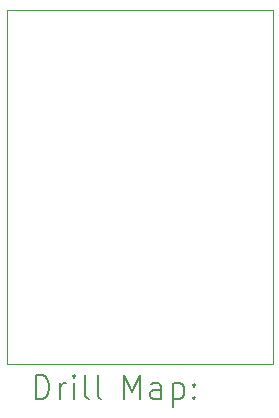
<source format=gbr>
%TF.GenerationSoftware,KiCad,Pcbnew,(7.0.0-0)*%
%TF.CreationDate,2023-05-15T11:59:24-04:00*%
%TF.ProjectId,4dapter-N64Board-KiCad,34646170-7465-4722-9d4e-3634426f6172,rev?*%
%TF.SameCoordinates,Original*%
%TF.FileFunction,Drillmap*%
%TF.FilePolarity,Positive*%
%FSLAX45Y45*%
G04 Gerber Fmt 4.5, Leading zero omitted, Abs format (unit mm)*
G04 Created by KiCad (PCBNEW (7.0.0-0)) date 2023-05-15 11:59:24*
%MOMM*%
%LPD*%
G01*
G04 APERTURE LIST*
%ADD10C,0.050000*%
%ADD11C,0.200000*%
G04 APERTURE END LIST*
D10*
X14100000Y-5500000D02*
X14100000Y-8500000D01*
X11850000Y-5500000D02*
X11850000Y-8500000D01*
X14100000Y-8500000D02*
X11850000Y-8500000D01*
X11850000Y-5500000D02*
X14100000Y-5500000D01*
D11*
X12095119Y-8795976D02*
X12095119Y-8595976D01*
X12095119Y-8595976D02*
X12142738Y-8595976D01*
X12142738Y-8595976D02*
X12171309Y-8605500D01*
X12171309Y-8605500D02*
X12190357Y-8624548D01*
X12190357Y-8624548D02*
X12199881Y-8643595D01*
X12199881Y-8643595D02*
X12209405Y-8681690D01*
X12209405Y-8681690D02*
X12209405Y-8710262D01*
X12209405Y-8710262D02*
X12199881Y-8748357D01*
X12199881Y-8748357D02*
X12190357Y-8767405D01*
X12190357Y-8767405D02*
X12171309Y-8786452D01*
X12171309Y-8786452D02*
X12142738Y-8795976D01*
X12142738Y-8795976D02*
X12095119Y-8795976D01*
X12295119Y-8795976D02*
X12295119Y-8662643D01*
X12295119Y-8700738D02*
X12304643Y-8681690D01*
X12304643Y-8681690D02*
X12314167Y-8672167D01*
X12314167Y-8672167D02*
X12333214Y-8662643D01*
X12333214Y-8662643D02*
X12352262Y-8662643D01*
X12418928Y-8795976D02*
X12418928Y-8662643D01*
X12418928Y-8595976D02*
X12409405Y-8605500D01*
X12409405Y-8605500D02*
X12418928Y-8615024D01*
X12418928Y-8615024D02*
X12428452Y-8605500D01*
X12428452Y-8605500D02*
X12418928Y-8595976D01*
X12418928Y-8595976D02*
X12418928Y-8615024D01*
X12542738Y-8795976D02*
X12523690Y-8786452D01*
X12523690Y-8786452D02*
X12514167Y-8767405D01*
X12514167Y-8767405D02*
X12514167Y-8595976D01*
X12647500Y-8795976D02*
X12628452Y-8786452D01*
X12628452Y-8786452D02*
X12618928Y-8767405D01*
X12618928Y-8767405D02*
X12618928Y-8595976D01*
X12843690Y-8795976D02*
X12843690Y-8595976D01*
X12843690Y-8595976D02*
X12910357Y-8738833D01*
X12910357Y-8738833D02*
X12977024Y-8595976D01*
X12977024Y-8595976D02*
X12977024Y-8795976D01*
X13157976Y-8795976D02*
X13157976Y-8691214D01*
X13157976Y-8691214D02*
X13148452Y-8672167D01*
X13148452Y-8672167D02*
X13129405Y-8662643D01*
X13129405Y-8662643D02*
X13091309Y-8662643D01*
X13091309Y-8662643D02*
X13072262Y-8672167D01*
X13157976Y-8786452D02*
X13138928Y-8795976D01*
X13138928Y-8795976D02*
X13091309Y-8795976D01*
X13091309Y-8795976D02*
X13072262Y-8786452D01*
X13072262Y-8786452D02*
X13062738Y-8767405D01*
X13062738Y-8767405D02*
X13062738Y-8748357D01*
X13062738Y-8748357D02*
X13072262Y-8729310D01*
X13072262Y-8729310D02*
X13091309Y-8719786D01*
X13091309Y-8719786D02*
X13138928Y-8719786D01*
X13138928Y-8719786D02*
X13157976Y-8710262D01*
X13253214Y-8662643D02*
X13253214Y-8862643D01*
X13253214Y-8672167D02*
X13272262Y-8662643D01*
X13272262Y-8662643D02*
X13310357Y-8662643D01*
X13310357Y-8662643D02*
X13329405Y-8672167D01*
X13329405Y-8672167D02*
X13338928Y-8681690D01*
X13338928Y-8681690D02*
X13348452Y-8700738D01*
X13348452Y-8700738D02*
X13348452Y-8757881D01*
X13348452Y-8757881D02*
X13338928Y-8776929D01*
X13338928Y-8776929D02*
X13329405Y-8786452D01*
X13329405Y-8786452D02*
X13310357Y-8795976D01*
X13310357Y-8795976D02*
X13272262Y-8795976D01*
X13272262Y-8795976D02*
X13253214Y-8786452D01*
X13434167Y-8776929D02*
X13443690Y-8786452D01*
X13443690Y-8786452D02*
X13434167Y-8795976D01*
X13434167Y-8795976D02*
X13424643Y-8786452D01*
X13424643Y-8786452D02*
X13434167Y-8776929D01*
X13434167Y-8776929D02*
X13434167Y-8795976D01*
X13434167Y-8672167D02*
X13443690Y-8681690D01*
X13443690Y-8681690D02*
X13434167Y-8691214D01*
X13434167Y-8691214D02*
X13424643Y-8681690D01*
X13424643Y-8681690D02*
X13434167Y-8672167D01*
X13434167Y-8672167D02*
X13434167Y-8691214D01*
M02*

</source>
